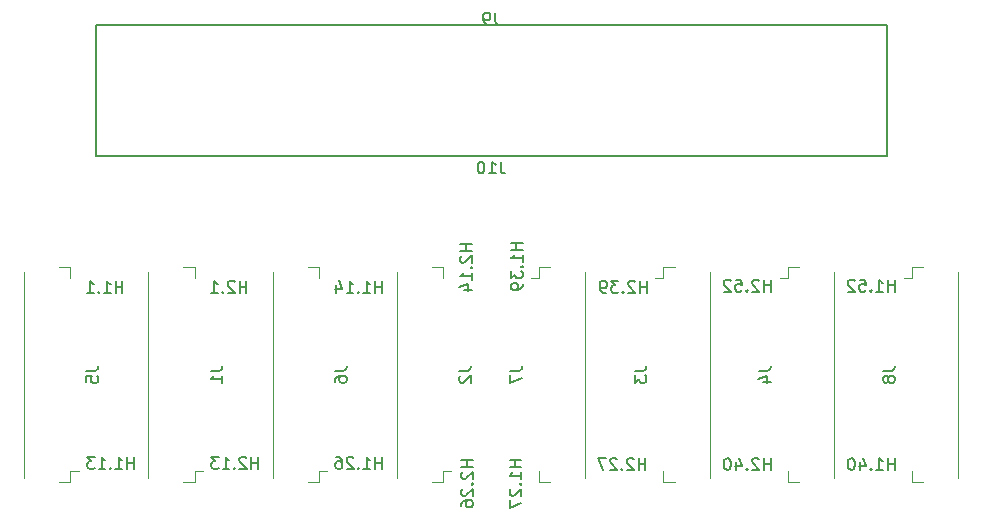
<source format=gbr>
%TF.GenerationSoftware,KiCad,Pcbnew,5.1.6-1.fc32*%
%TF.CreationDate,2020-09-11T22:13:51-03:00*%
%TF.ProjectId,pc104-adapter-top,70633130-342d-4616-9461-707465722d74,v2.0*%
%TF.SameCoordinates,Original*%
%TF.FileFunction,Legend,Bot*%
%TF.FilePolarity,Positive*%
%FSLAX46Y46*%
G04 Gerber Fmt 4.6, Leading zero omitted, Abs format (unit mm)*
G04 Created by KiCad (PCBNEW 5.1.6-1.fc32) date 2020-09-11 22:13:51*
%MOMM*%
%LPD*%
G01*
G04 APERTURE LIST*
%ADD10C,0.160000*%
%ADD11C,0.120000*%
%ADD12C,0.150000*%
G04 APERTURE END LIST*
D10*
X169652380Y-75952380D02*
X169652380Y-74952380D01*
X169652380Y-75428571D02*
X169080952Y-75428571D01*
X169080952Y-75952380D02*
X169080952Y-74952380D01*
X168652380Y-75047619D02*
X168604761Y-75000000D01*
X168509523Y-74952380D01*
X168271428Y-74952380D01*
X168176190Y-75000000D01*
X168128571Y-75047619D01*
X168080952Y-75142857D01*
X168080952Y-75238095D01*
X168128571Y-75380952D01*
X168700000Y-75952380D01*
X168080952Y-75952380D01*
X167652380Y-75857142D02*
X167604761Y-75904761D01*
X167652380Y-75952380D01*
X167700000Y-75904761D01*
X167652380Y-75857142D01*
X167652380Y-75952380D01*
X166700000Y-74952380D02*
X167176190Y-74952380D01*
X167223809Y-75428571D01*
X167176190Y-75380952D01*
X167080952Y-75333333D01*
X166842857Y-75333333D01*
X166747619Y-75380952D01*
X166700000Y-75428571D01*
X166652380Y-75523809D01*
X166652380Y-75761904D01*
X166700000Y-75857142D01*
X166747619Y-75904761D01*
X166842857Y-75952380D01*
X167080952Y-75952380D01*
X167176190Y-75904761D01*
X167223809Y-75857142D01*
X166271428Y-75047619D02*
X166223809Y-75000000D01*
X166128571Y-74952380D01*
X165890476Y-74952380D01*
X165795238Y-75000000D01*
X165747619Y-75047619D01*
X165700000Y-75142857D01*
X165700000Y-75238095D01*
X165747619Y-75380952D01*
X166319047Y-75952380D01*
X165700000Y-75952380D01*
X169652380Y-91052380D02*
X169652380Y-90052380D01*
X169652380Y-90528571D02*
X169080952Y-90528571D01*
X169080952Y-91052380D02*
X169080952Y-90052380D01*
X168652380Y-90147619D02*
X168604761Y-90100000D01*
X168509523Y-90052380D01*
X168271428Y-90052380D01*
X168176190Y-90100000D01*
X168128571Y-90147619D01*
X168080952Y-90242857D01*
X168080952Y-90338095D01*
X168128571Y-90480952D01*
X168700000Y-91052380D01*
X168080952Y-91052380D01*
X167652380Y-90957142D02*
X167604761Y-91004761D01*
X167652380Y-91052380D01*
X167700000Y-91004761D01*
X167652380Y-90957142D01*
X167652380Y-91052380D01*
X166747619Y-90385714D02*
X166747619Y-91052380D01*
X166985714Y-90004761D02*
X167223809Y-90719047D01*
X166604761Y-90719047D01*
X166033333Y-90052380D02*
X165938095Y-90052380D01*
X165842857Y-90100000D01*
X165795238Y-90147619D01*
X165747619Y-90242857D01*
X165700000Y-90433333D01*
X165700000Y-90671428D01*
X165747619Y-90861904D01*
X165795238Y-90957142D01*
X165842857Y-91004761D01*
X165938095Y-91052380D01*
X166033333Y-91052380D01*
X166128571Y-91004761D01*
X166176190Y-90957142D01*
X166223809Y-90861904D01*
X166271428Y-90671428D01*
X166271428Y-90433333D01*
X166223809Y-90242857D01*
X166176190Y-90147619D01*
X166128571Y-90100000D01*
X166033333Y-90052380D01*
X159152380Y-76052380D02*
X159152380Y-75052380D01*
X159152380Y-75528571D02*
X158580952Y-75528571D01*
X158580952Y-76052380D02*
X158580952Y-75052380D01*
X158152380Y-75147619D02*
X158104761Y-75100000D01*
X158009523Y-75052380D01*
X157771428Y-75052380D01*
X157676190Y-75100000D01*
X157628571Y-75147619D01*
X157580952Y-75242857D01*
X157580952Y-75338095D01*
X157628571Y-75480952D01*
X158200000Y-76052380D01*
X157580952Y-76052380D01*
X157152380Y-75957142D02*
X157104761Y-76004761D01*
X157152380Y-76052380D01*
X157200000Y-76004761D01*
X157152380Y-75957142D01*
X157152380Y-76052380D01*
X156771428Y-75052380D02*
X156152380Y-75052380D01*
X156485714Y-75433333D01*
X156342857Y-75433333D01*
X156247619Y-75480952D01*
X156200000Y-75528571D01*
X156152380Y-75623809D01*
X156152380Y-75861904D01*
X156200000Y-75957142D01*
X156247619Y-76004761D01*
X156342857Y-76052380D01*
X156628571Y-76052380D01*
X156723809Y-76004761D01*
X156771428Y-75957142D01*
X155676190Y-76052380D02*
X155485714Y-76052380D01*
X155390476Y-76004761D01*
X155342857Y-75957142D01*
X155247619Y-75814285D01*
X155200000Y-75623809D01*
X155200000Y-75242857D01*
X155247619Y-75147619D01*
X155295238Y-75100000D01*
X155390476Y-75052380D01*
X155580952Y-75052380D01*
X155676190Y-75100000D01*
X155723809Y-75147619D01*
X155771428Y-75242857D01*
X155771428Y-75480952D01*
X155723809Y-75576190D01*
X155676190Y-75623809D01*
X155580952Y-75671428D01*
X155390476Y-75671428D01*
X155295238Y-75623809D01*
X155247619Y-75576190D01*
X155200000Y-75480952D01*
X159052380Y-91052380D02*
X159052380Y-90052380D01*
X159052380Y-90528571D02*
X158480952Y-90528571D01*
X158480952Y-91052380D02*
X158480952Y-90052380D01*
X158052380Y-90147619D02*
X158004761Y-90100000D01*
X157909523Y-90052380D01*
X157671428Y-90052380D01*
X157576190Y-90100000D01*
X157528571Y-90147619D01*
X157480952Y-90242857D01*
X157480952Y-90338095D01*
X157528571Y-90480952D01*
X158100000Y-91052380D01*
X157480952Y-91052380D01*
X157052380Y-90957142D02*
X157004761Y-91004761D01*
X157052380Y-91052380D01*
X157100000Y-91004761D01*
X157052380Y-90957142D01*
X157052380Y-91052380D01*
X156623809Y-90147619D02*
X156576190Y-90100000D01*
X156480952Y-90052380D01*
X156242857Y-90052380D01*
X156147619Y-90100000D01*
X156100000Y-90147619D01*
X156052380Y-90242857D01*
X156052380Y-90338095D01*
X156100000Y-90480952D01*
X156671428Y-91052380D01*
X156052380Y-91052380D01*
X155719047Y-90052380D02*
X155052380Y-90052380D01*
X155480952Y-91052380D01*
X144452380Y-90247619D02*
X143452380Y-90247619D01*
X143928571Y-90247619D02*
X143928571Y-90819047D01*
X144452380Y-90819047D02*
X143452380Y-90819047D01*
X143547619Y-91247619D02*
X143500000Y-91295238D01*
X143452380Y-91390476D01*
X143452380Y-91628571D01*
X143500000Y-91723809D01*
X143547619Y-91771428D01*
X143642857Y-91819047D01*
X143738095Y-91819047D01*
X143880952Y-91771428D01*
X144452380Y-91200000D01*
X144452380Y-91819047D01*
X144357142Y-92247619D02*
X144404761Y-92295238D01*
X144452380Y-92247619D01*
X144404761Y-92200000D01*
X144357142Y-92247619D01*
X144452380Y-92247619D01*
X143547619Y-92676190D02*
X143500000Y-92723809D01*
X143452380Y-92819047D01*
X143452380Y-93057142D01*
X143500000Y-93152380D01*
X143547619Y-93200000D01*
X143642857Y-93247619D01*
X143738095Y-93247619D01*
X143880952Y-93200000D01*
X144452380Y-92628571D01*
X144452380Y-93247619D01*
X143452380Y-94104761D02*
X143452380Y-93914285D01*
X143500000Y-93819047D01*
X143547619Y-93771428D01*
X143690476Y-93676190D01*
X143880952Y-93628571D01*
X144261904Y-93628571D01*
X144357142Y-93676190D01*
X144404761Y-93723809D01*
X144452380Y-93819047D01*
X144452380Y-94009523D01*
X144404761Y-94104761D01*
X144357142Y-94152380D01*
X144261904Y-94200000D01*
X144023809Y-94200000D01*
X143928571Y-94152380D01*
X143880952Y-94104761D01*
X143833333Y-94009523D01*
X143833333Y-93819047D01*
X143880952Y-93723809D01*
X143928571Y-93676190D01*
X144023809Y-93628571D01*
X144352380Y-71947619D02*
X143352380Y-71947619D01*
X143828571Y-71947619D02*
X143828571Y-72519047D01*
X144352380Y-72519047D02*
X143352380Y-72519047D01*
X143447619Y-72947619D02*
X143400000Y-72995238D01*
X143352380Y-73090476D01*
X143352380Y-73328571D01*
X143400000Y-73423809D01*
X143447619Y-73471428D01*
X143542857Y-73519047D01*
X143638095Y-73519047D01*
X143780952Y-73471428D01*
X144352380Y-72900000D01*
X144352380Y-73519047D01*
X144257142Y-73947619D02*
X144304761Y-73995238D01*
X144352380Y-73947619D01*
X144304761Y-73900000D01*
X144257142Y-73947619D01*
X144352380Y-73947619D01*
X144352380Y-74947619D02*
X144352380Y-74376190D01*
X144352380Y-74661904D02*
X143352380Y-74661904D01*
X143495238Y-74566666D01*
X143590476Y-74471428D01*
X143638095Y-74376190D01*
X143685714Y-75804761D02*
X144352380Y-75804761D01*
X143304761Y-75566666D02*
X144019047Y-75328571D01*
X144019047Y-75947619D01*
X126252380Y-90952380D02*
X126252380Y-89952380D01*
X126252380Y-90428571D02*
X125680952Y-90428571D01*
X125680952Y-90952380D02*
X125680952Y-89952380D01*
X125252380Y-90047619D02*
X125204761Y-90000000D01*
X125109523Y-89952380D01*
X124871428Y-89952380D01*
X124776190Y-90000000D01*
X124728571Y-90047619D01*
X124680952Y-90142857D01*
X124680952Y-90238095D01*
X124728571Y-90380952D01*
X125300000Y-90952380D01*
X124680952Y-90952380D01*
X124252380Y-90857142D02*
X124204761Y-90904761D01*
X124252380Y-90952380D01*
X124300000Y-90904761D01*
X124252380Y-90857142D01*
X124252380Y-90952380D01*
X123252380Y-90952380D02*
X123823809Y-90952380D01*
X123538095Y-90952380D02*
X123538095Y-89952380D01*
X123633333Y-90095238D01*
X123728571Y-90190476D01*
X123823809Y-90238095D01*
X122919047Y-89952380D02*
X122300000Y-89952380D01*
X122633333Y-90333333D01*
X122490476Y-90333333D01*
X122395238Y-90380952D01*
X122347619Y-90428571D01*
X122300000Y-90523809D01*
X122300000Y-90761904D01*
X122347619Y-90857142D01*
X122395238Y-90904761D01*
X122490476Y-90952380D01*
X122776190Y-90952380D01*
X122871428Y-90904761D01*
X122919047Y-90857142D01*
X125276190Y-76052380D02*
X125276190Y-75052380D01*
X125276190Y-75528571D02*
X124704761Y-75528571D01*
X124704761Y-76052380D02*
X124704761Y-75052380D01*
X124276190Y-75147619D02*
X124228571Y-75100000D01*
X124133333Y-75052380D01*
X123895238Y-75052380D01*
X123800000Y-75100000D01*
X123752380Y-75147619D01*
X123704761Y-75242857D01*
X123704761Y-75338095D01*
X123752380Y-75480952D01*
X124323809Y-76052380D01*
X123704761Y-76052380D01*
X123276190Y-75957142D02*
X123228571Y-76004761D01*
X123276190Y-76052380D01*
X123323809Y-76004761D01*
X123276190Y-75957142D01*
X123276190Y-76052380D01*
X122276190Y-76052380D02*
X122847619Y-76052380D01*
X122561904Y-76052380D02*
X122561904Y-75052380D01*
X122657142Y-75195238D01*
X122752380Y-75290476D01*
X122847619Y-75338095D01*
X180152380Y-75952380D02*
X180152380Y-74952380D01*
X180152380Y-75428571D02*
X179580952Y-75428571D01*
X179580952Y-75952380D02*
X179580952Y-74952380D01*
X178580952Y-75952380D02*
X179152380Y-75952380D01*
X178866666Y-75952380D02*
X178866666Y-74952380D01*
X178961904Y-75095238D01*
X179057142Y-75190476D01*
X179152380Y-75238095D01*
X178152380Y-75857142D02*
X178104761Y-75904761D01*
X178152380Y-75952380D01*
X178200000Y-75904761D01*
X178152380Y-75857142D01*
X178152380Y-75952380D01*
X177200000Y-74952380D02*
X177676190Y-74952380D01*
X177723809Y-75428571D01*
X177676190Y-75380952D01*
X177580952Y-75333333D01*
X177342857Y-75333333D01*
X177247619Y-75380952D01*
X177200000Y-75428571D01*
X177152380Y-75523809D01*
X177152380Y-75761904D01*
X177200000Y-75857142D01*
X177247619Y-75904761D01*
X177342857Y-75952380D01*
X177580952Y-75952380D01*
X177676190Y-75904761D01*
X177723809Y-75857142D01*
X176771428Y-75047619D02*
X176723809Y-75000000D01*
X176628571Y-74952380D01*
X176390476Y-74952380D01*
X176295238Y-75000000D01*
X176247619Y-75047619D01*
X176200000Y-75142857D01*
X176200000Y-75238095D01*
X176247619Y-75380952D01*
X176819047Y-75952380D01*
X176200000Y-75952380D01*
X180152380Y-91052380D02*
X180152380Y-90052380D01*
X180152380Y-90528571D02*
X179580952Y-90528571D01*
X179580952Y-91052380D02*
X179580952Y-90052380D01*
X178580952Y-91052380D02*
X179152380Y-91052380D01*
X178866666Y-91052380D02*
X178866666Y-90052380D01*
X178961904Y-90195238D01*
X179057142Y-90290476D01*
X179152380Y-90338095D01*
X178152380Y-90957142D02*
X178104761Y-91004761D01*
X178152380Y-91052380D01*
X178200000Y-91004761D01*
X178152380Y-90957142D01*
X178152380Y-91052380D01*
X177247619Y-90385714D02*
X177247619Y-91052380D01*
X177485714Y-90004761D02*
X177723809Y-90719047D01*
X177104761Y-90719047D01*
X176533333Y-90052380D02*
X176438095Y-90052380D01*
X176342857Y-90100000D01*
X176295238Y-90147619D01*
X176247619Y-90242857D01*
X176200000Y-90433333D01*
X176200000Y-90671428D01*
X176247619Y-90861904D01*
X176295238Y-90957142D01*
X176342857Y-91004761D01*
X176438095Y-91052380D01*
X176533333Y-91052380D01*
X176628571Y-91004761D01*
X176676190Y-90957142D01*
X176723809Y-90861904D01*
X176771428Y-90671428D01*
X176771428Y-90433333D01*
X176723809Y-90242857D01*
X176676190Y-90147619D01*
X176628571Y-90100000D01*
X176533333Y-90052380D01*
X148652380Y-71847619D02*
X147652380Y-71847619D01*
X148128571Y-71847619D02*
X148128571Y-72419047D01*
X148652380Y-72419047D02*
X147652380Y-72419047D01*
X148652380Y-73419047D02*
X148652380Y-72847619D01*
X148652380Y-73133333D02*
X147652380Y-73133333D01*
X147795238Y-73038095D01*
X147890476Y-72942857D01*
X147938095Y-72847619D01*
X148557142Y-73847619D02*
X148604761Y-73895238D01*
X148652380Y-73847619D01*
X148604761Y-73800000D01*
X148557142Y-73847619D01*
X148652380Y-73847619D01*
X147652380Y-74228571D02*
X147652380Y-74847619D01*
X148033333Y-74514285D01*
X148033333Y-74657142D01*
X148080952Y-74752380D01*
X148128571Y-74800000D01*
X148223809Y-74847619D01*
X148461904Y-74847619D01*
X148557142Y-74800000D01*
X148604761Y-74752380D01*
X148652380Y-74657142D01*
X148652380Y-74371428D01*
X148604761Y-74276190D01*
X148557142Y-74228571D01*
X148652380Y-75323809D02*
X148652380Y-75514285D01*
X148604761Y-75609523D01*
X148557142Y-75657142D01*
X148414285Y-75752380D01*
X148223809Y-75800000D01*
X147842857Y-75800000D01*
X147747619Y-75752380D01*
X147700000Y-75704761D01*
X147652380Y-75609523D01*
X147652380Y-75419047D01*
X147700000Y-75323809D01*
X147747619Y-75276190D01*
X147842857Y-75228571D01*
X148080952Y-75228571D01*
X148176190Y-75276190D01*
X148223809Y-75323809D01*
X148271428Y-75419047D01*
X148271428Y-75609523D01*
X148223809Y-75704761D01*
X148176190Y-75752380D01*
X148080952Y-75800000D01*
X148552380Y-90247619D02*
X147552380Y-90247619D01*
X148028571Y-90247619D02*
X148028571Y-90819047D01*
X148552380Y-90819047D02*
X147552380Y-90819047D01*
X148552380Y-91819047D02*
X148552380Y-91247619D01*
X148552380Y-91533333D02*
X147552380Y-91533333D01*
X147695238Y-91438095D01*
X147790476Y-91342857D01*
X147838095Y-91247619D01*
X148457142Y-92247619D02*
X148504761Y-92295238D01*
X148552380Y-92247619D01*
X148504761Y-92200000D01*
X148457142Y-92247619D01*
X148552380Y-92247619D01*
X147647619Y-92676190D02*
X147600000Y-92723809D01*
X147552380Y-92819047D01*
X147552380Y-93057142D01*
X147600000Y-93152380D01*
X147647619Y-93200000D01*
X147742857Y-93247619D01*
X147838095Y-93247619D01*
X147980952Y-93200000D01*
X148552380Y-92628571D01*
X148552380Y-93247619D01*
X147552380Y-93580952D02*
X147552380Y-94247619D01*
X148552380Y-93819047D01*
X136752380Y-90952380D02*
X136752380Y-89952380D01*
X136752380Y-90428571D02*
X136180952Y-90428571D01*
X136180952Y-90952380D02*
X136180952Y-89952380D01*
X135180952Y-90952380D02*
X135752380Y-90952380D01*
X135466666Y-90952380D02*
X135466666Y-89952380D01*
X135561904Y-90095238D01*
X135657142Y-90190476D01*
X135752380Y-90238095D01*
X134752380Y-90857142D02*
X134704761Y-90904761D01*
X134752380Y-90952380D01*
X134800000Y-90904761D01*
X134752380Y-90857142D01*
X134752380Y-90952380D01*
X134323809Y-90047619D02*
X134276190Y-90000000D01*
X134180952Y-89952380D01*
X133942857Y-89952380D01*
X133847619Y-90000000D01*
X133800000Y-90047619D01*
X133752380Y-90142857D01*
X133752380Y-90238095D01*
X133800000Y-90380952D01*
X134371428Y-90952380D01*
X133752380Y-90952380D01*
X132895238Y-89952380D02*
X133085714Y-89952380D01*
X133180952Y-90000000D01*
X133228571Y-90047619D01*
X133323809Y-90190476D01*
X133371428Y-90380952D01*
X133371428Y-90761904D01*
X133323809Y-90857142D01*
X133276190Y-90904761D01*
X133180952Y-90952380D01*
X132990476Y-90952380D01*
X132895238Y-90904761D01*
X132847619Y-90857142D01*
X132800000Y-90761904D01*
X132800000Y-90523809D01*
X132847619Y-90428571D01*
X132895238Y-90380952D01*
X132990476Y-90333333D01*
X133180952Y-90333333D01*
X133276190Y-90380952D01*
X133323809Y-90428571D01*
X133371428Y-90523809D01*
X136752380Y-76052380D02*
X136752380Y-75052380D01*
X136752380Y-75528571D02*
X136180952Y-75528571D01*
X136180952Y-76052380D02*
X136180952Y-75052380D01*
X135180952Y-76052380D02*
X135752380Y-76052380D01*
X135466666Y-76052380D02*
X135466666Y-75052380D01*
X135561904Y-75195238D01*
X135657142Y-75290476D01*
X135752380Y-75338095D01*
X134752380Y-75957142D02*
X134704761Y-76004761D01*
X134752380Y-76052380D01*
X134800000Y-76004761D01*
X134752380Y-75957142D01*
X134752380Y-76052380D01*
X133752380Y-76052380D02*
X134323809Y-76052380D01*
X134038095Y-76052380D02*
X134038095Y-75052380D01*
X134133333Y-75195238D01*
X134228571Y-75290476D01*
X134323809Y-75338095D01*
X132895238Y-75385714D02*
X132895238Y-76052380D01*
X133133333Y-75004761D02*
X133371428Y-75719047D01*
X132752380Y-75719047D01*
X115752380Y-90952380D02*
X115752380Y-89952380D01*
X115752380Y-90428571D02*
X115180952Y-90428571D01*
X115180952Y-90952380D02*
X115180952Y-89952380D01*
X114180952Y-90952380D02*
X114752380Y-90952380D01*
X114466666Y-90952380D02*
X114466666Y-89952380D01*
X114561904Y-90095238D01*
X114657142Y-90190476D01*
X114752380Y-90238095D01*
X113752380Y-90857142D02*
X113704761Y-90904761D01*
X113752380Y-90952380D01*
X113800000Y-90904761D01*
X113752380Y-90857142D01*
X113752380Y-90952380D01*
X112752380Y-90952380D02*
X113323809Y-90952380D01*
X113038095Y-90952380D02*
X113038095Y-89952380D01*
X113133333Y-90095238D01*
X113228571Y-90190476D01*
X113323809Y-90238095D01*
X112419047Y-89952380D02*
X111800000Y-89952380D01*
X112133333Y-90333333D01*
X111990476Y-90333333D01*
X111895238Y-90380952D01*
X111847619Y-90428571D01*
X111800000Y-90523809D01*
X111800000Y-90761904D01*
X111847619Y-90857142D01*
X111895238Y-90904761D01*
X111990476Y-90952380D01*
X112276190Y-90952380D01*
X112371428Y-90904761D01*
X112419047Y-90857142D01*
X114776190Y-76052380D02*
X114776190Y-75052380D01*
X114776190Y-75528571D02*
X114204761Y-75528571D01*
X114204761Y-76052380D02*
X114204761Y-75052380D01*
X113204761Y-76052380D02*
X113776190Y-76052380D01*
X113490476Y-76052380D02*
X113490476Y-75052380D01*
X113585714Y-75195238D01*
X113680952Y-75290476D01*
X113776190Y-75338095D01*
X112776190Y-75957142D02*
X112728571Y-76004761D01*
X112776190Y-76052380D01*
X112823809Y-76004761D01*
X112776190Y-75957142D01*
X112776190Y-76052380D01*
X111776190Y-76052380D02*
X112347619Y-76052380D01*
X112061904Y-76052380D02*
X112061904Y-75052380D01*
X112157142Y-75195238D01*
X112252380Y-75290476D01*
X112347619Y-75338095D01*
X179470000Y-53416000D02*
X112530000Y-53416000D01*
X179470000Y-64476000D02*
X179470000Y-53416000D01*
X112530000Y-64476000D02*
X179470000Y-64476000D01*
X112530000Y-53416000D02*
X112530000Y-64476000D01*
D11*
%TO.C,J8*%
X185542000Y-74260000D02*
X185542000Y-91740000D01*
X181622000Y-92110000D02*
X181622000Y-91160000D01*
X182572000Y-92110000D02*
X181622000Y-92110000D01*
X181622000Y-74840000D02*
X180932000Y-74840000D01*
X181622000Y-73890000D02*
X181622000Y-74840000D01*
X182572000Y-73890000D02*
X181622000Y-73890000D01*
%TO.C,J7*%
X153968000Y-74260000D02*
X153968000Y-91740000D01*
X150048000Y-92110000D02*
X150048000Y-91160000D01*
X150998000Y-92110000D02*
X150048000Y-92110000D01*
X150048000Y-74840000D02*
X149358000Y-74840000D01*
X150048000Y-73890000D02*
X150048000Y-74840000D01*
X150998000Y-73890000D02*
X150048000Y-73890000D01*
%TO.C,J6*%
X127499000Y-91740000D02*
X127499000Y-74260000D01*
X131419000Y-73890000D02*
X131419000Y-74840000D01*
X130469000Y-73890000D02*
X131419000Y-73890000D01*
X131419000Y-91160000D02*
X132109000Y-91160000D01*
X131419000Y-92110000D02*
X131419000Y-91160000D01*
X130469000Y-92110000D02*
X131419000Y-92110000D01*
%TO.C,J5*%
X106450000Y-91740000D02*
X106450000Y-74260000D01*
X110370000Y-73890000D02*
X110370000Y-74840000D01*
X109420000Y-73890000D02*
X110370000Y-73890000D01*
X110370000Y-91160000D02*
X111060000Y-91160000D01*
X110370000Y-92110000D02*
X110370000Y-91160000D01*
X109420000Y-92110000D02*
X110370000Y-92110000D01*
%TO.C,J4*%
X175018000Y-74260000D02*
X175018000Y-91740000D01*
X171098000Y-92110000D02*
X171098000Y-91160000D01*
X172048000Y-92110000D02*
X171098000Y-92110000D01*
X171098000Y-74840000D02*
X170408000Y-74840000D01*
X171098000Y-73890000D02*
X171098000Y-74840000D01*
X172048000Y-73890000D02*
X171098000Y-73890000D01*
%TO.C,J3*%
X164493000Y-74260000D02*
X164493000Y-91740000D01*
X160573000Y-92110000D02*
X160573000Y-91160000D01*
X161523000Y-92110000D02*
X160573000Y-92110000D01*
X160573000Y-74840000D02*
X159883000Y-74840000D01*
X160573000Y-73890000D02*
X160573000Y-74840000D01*
X161523000Y-73890000D02*
X160573000Y-73890000D01*
%TO.C,J2*%
X138024000Y-91740000D02*
X138024000Y-74260000D01*
X141944000Y-73890000D02*
X141944000Y-74840000D01*
X140994000Y-73890000D02*
X141944000Y-73890000D01*
X141944000Y-91160000D02*
X142634000Y-91160000D01*
X141944000Y-92110000D02*
X141944000Y-91160000D01*
X140994000Y-92110000D02*
X141944000Y-92110000D01*
%TO.C,J1*%
X116975000Y-91740000D02*
X116975000Y-74260000D01*
X120895000Y-73890000D02*
X120895000Y-74840000D01*
X119945000Y-73890000D02*
X120895000Y-73890000D01*
X120895000Y-91160000D02*
X121585000Y-91160000D01*
X120895000Y-92110000D02*
X120895000Y-91160000D01*
X119945000Y-92110000D02*
X120895000Y-92110000D01*
%TO.C,J9*%
D10*
X146333333Y-52352380D02*
X146333333Y-53066666D01*
X146380952Y-53209523D01*
X146476190Y-53304761D01*
X146619047Y-53352380D01*
X146714285Y-53352380D01*
X145809523Y-53352380D02*
X145619047Y-53352380D01*
X145523809Y-53304761D01*
X145476190Y-53257142D01*
X145380952Y-53114285D01*
X145333333Y-52923809D01*
X145333333Y-52542857D01*
X145380952Y-52447619D01*
X145428571Y-52400000D01*
X145523809Y-52352380D01*
X145714285Y-52352380D01*
X145809523Y-52400000D01*
X145857142Y-52447619D01*
X145904761Y-52542857D01*
X145904761Y-52780952D01*
X145857142Y-52876190D01*
X145809523Y-52923809D01*
X145714285Y-52971428D01*
X145523809Y-52971428D01*
X145428571Y-52923809D01*
X145380952Y-52876190D01*
X145333333Y-52780952D01*
%TO.C,J10*%
X146809523Y-64952380D02*
X146809523Y-65666666D01*
X146857142Y-65809523D01*
X146952380Y-65904761D01*
X147095238Y-65952380D01*
X147190476Y-65952380D01*
X145809523Y-65952380D02*
X146380952Y-65952380D01*
X146095238Y-65952380D02*
X146095238Y-64952380D01*
X146190476Y-65095238D01*
X146285714Y-65190476D01*
X146380952Y-65238095D01*
X145190476Y-64952380D02*
X145095238Y-64952380D01*
X145000000Y-65000000D01*
X144952380Y-65047619D01*
X144904761Y-65142857D01*
X144857142Y-65333333D01*
X144857142Y-65571428D01*
X144904761Y-65761904D01*
X144952380Y-65857142D01*
X145000000Y-65904761D01*
X145095238Y-65952380D01*
X145190476Y-65952380D01*
X145285714Y-65904761D01*
X145333333Y-65857142D01*
X145380952Y-65761904D01*
X145428571Y-65571428D01*
X145428571Y-65333333D01*
X145380952Y-65142857D01*
X145333333Y-65047619D01*
X145285714Y-65000000D01*
X145190476Y-64952380D01*
%TO.C,J8*%
D12*
X179184380Y-82666666D02*
X179898666Y-82666666D01*
X180041523Y-82619047D01*
X180136761Y-82523809D01*
X180184380Y-82380952D01*
X180184380Y-82285714D01*
X179612952Y-83285714D02*
X179565333Y-83190476D01*
X179517714Y-83142857D01*
X179422476Y-83095238D01*
X179374857Y-83095238D01*
X179279619Y-83142857D01*
X179232000Y-83190476D01*
X179184380Y-83285714D01*
X179184380Y-83476190D01*
X179232000Y-83571428D01*
X179279619Y-83619047D01*
X179374857Y-83666666D01*
X179422476Y-83666666D01*
X179517714Y-83619047D01*
X179565333Y-83571428D01*
X179612952Y-83476190D01*
X179612952Y-83285714D01*
X179660571Y-83190476D01*
X179708190Y-83142857D01*
X179803428Y-83095238D01*
X179993904Y-83095238D01*
X180089142Y-83142857D01*
X180136761Y-83190476D01*
X180184380Y-83285714D01*
X180184380Y-83476190D01*
X180136761Y-83571428D01*
X180089142Y-83619047D01*
X179993904Y-83666666D01*
X179803428Y-83666666D01*
X179708190Y-83619047D01*
X179660571Y-83571428D01*
X179612952Y-83476190D01*
%TO.C,J7*%
X147610380Y-82666666D02*
X148324666Y-82666666D01*
X148467523Y-82619047D01*
X148562761Y-82523809D01*
X148610380Y-82380952D01*
X148610380Y-82285714D01*
X147610380Y-83047619D02*
X147610380Y-83714285D01*
X148610380Y-83285714D01*
%TO.C,J6*%
X132761380Y-82666666D02*
X133475666Y-82666666D01*
X133618523Y-82619047D01*
X133713761Y-82523809D01*
X133761380Y-82380952D01*
X133761380Y-82285714D01*
X132761380Y-83571428D02*
X132761380Y-83380952D01*
X132809000Y-83285714D01*
X132856619Y-83238095D01*
X132999476Y-83142857D01*
X133189952Y-83095238D01*
X133570904Y-83095238D01*
X133666142Y-83142857D01*
X133713761Y-83190476D01*
X133761380Y-83285714D01*
X133761380Y-83476190D01*
X133713761Y-83571428D01*
X133666142Y-83619047D01*
X133570904Y-83666666D01*
X133332809Y-83666666D01*
X133237571Y-83619047D01*
X133189952Y-83571428D01*
X133142333Y-83476190D01*
X133142333Y-83285714D01*
X133189952Y-83190476D01*
X133237571Y-83142857D01*
X133332809Y-83095238D01*
%TO.C,J5*%
X111712380Y-82666666D02*
X112426666Y-82666666D01*
X112569523Y-82619047D01*
X112664761Y-82523809D01*
X112712380Y-82380952D01*
X112712380Y-82285714D01*
X111712380Y-83619047D02*
X111712380Y-83142857D01*
X112188571Y-83095238D01*
X112140952Y-83142857D01*
X112093333Y-83238095D01*
X112093333Y-83476190D01*
X112140952Y-83571428D01*
X112188571Y-83619047D01*
X112283809Y-83666666D01*
X112521904Y-83666666D01*
X112617142Y-83619047D01*
X112664761Y-83571428D01*
X112712380Y-83476190D01*
X112712380Y-83238095D01*
X112664761Y-83142857D01*
X112617142Y-83095238D01*
%TO.C,J4*%
X168660380Y-82666666D02*
X169374666Y-82666666D01*
X169517523Y-82619047D01*
X169612761Y-82523809D01*
X169660380Y-82380952D01*
X169660380Y-82285714D01*
X168993714Y-83571428D02*
X169660380Y-83571428D01*
X168612761Y-83333333D02*
X169327047Y-83095238D01*
X169327047Y-83714285D01*
%TO.C,J3*%
X158135380Y-82666666D02*
X158849666Y-82666666D01*
X158992523Y-82619047D01*
X159087761Y-82523809D01*
X159135380Y-82380952D01*
X159135380Y-82285714D01*
X158135380Y-83047619D02*
X158135380Y-83666666D01*
X158516333Y-83333333D01*
X158516333Y-83476190D01*
X158563952Y-83571428D01*
X158611571Y-83619047D01*
X158706809Y-83666666D01*
X158944904Y-83666666D01*
X159040142Y-83619047D01*
X159087761Y-83571428D01*
X159135380Y-83476190D01*
X159135380Y-83190476D01*
X159087761Y-83095238D01*
X159040142Y-83047619D01*
%TO.C,J2*%
X143286380Y-82666666D02*
X144000666Y-82666666D01*
X144143523Y-82619047D01*
X144238761Y-82523809D01*
X144286380Y-82380952D01*
X144286380Y-82285714D01*
X143381619Y-83095238D02*
X143334000Y-83142857D01*
X143286380Y-83238095D01*
X143286380Y-83476190D01*
X143334000Y-83571428D01*
X143381619Y-83619047D01*
X143476857Y-83666666D01*
X143572095Y-83666666D01*
X143714952Y-83619047D01*
X144286380Y-83047619D01*
X144286380Y-83666666D01*
%TO.C,J1*%
X122237380Y-82666666D02*
X122951666Y-82666666D01*
X123094523Y-82619047D01*
X123189761Y-82523809D01*
X123237380Y-82380952D01*
X123237380Y-82285714D01*
X123237380Y-83666666D02*
X123237380Y-83095238D01*
X123237380Y-83380952D02*
X122237380Y-83380952D01*
X122380238Y-83285714D01*
X122475476Y-83190476D01*
X122523095Y-83095238D01*
%TD*%
M02*

</source>
